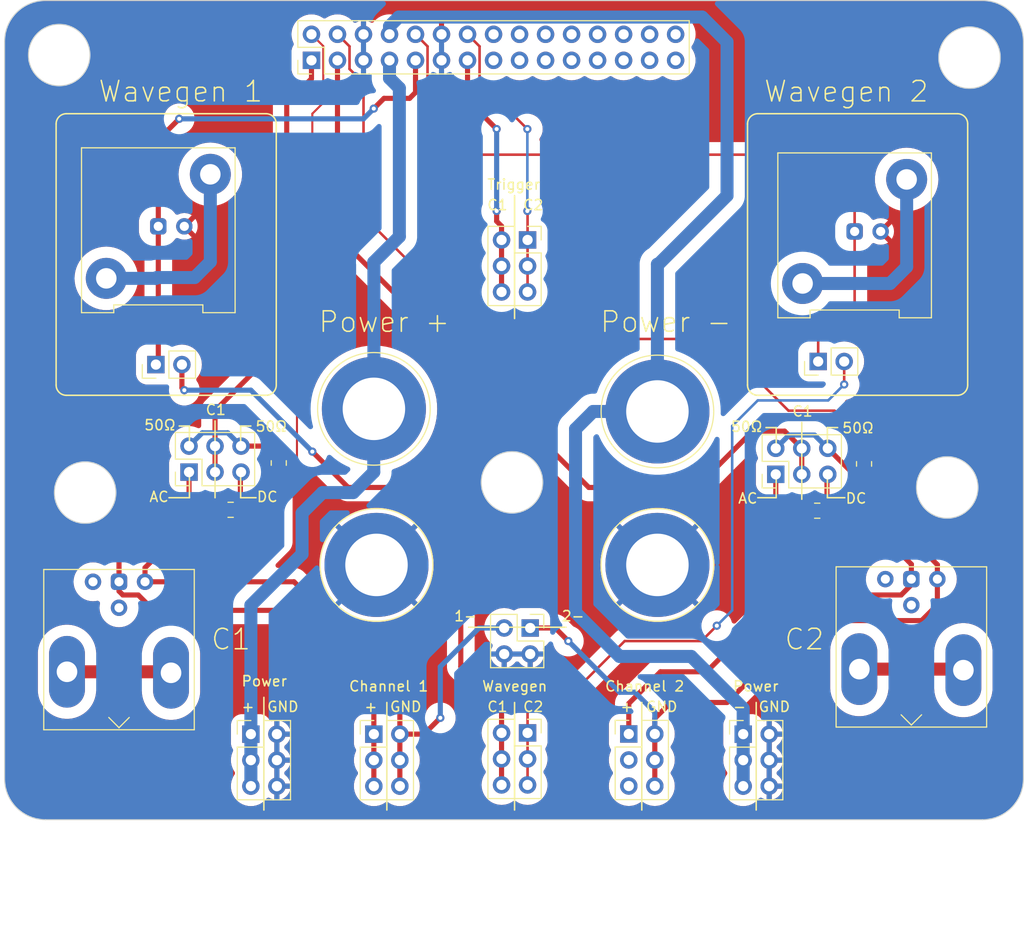
<source format=kicad_pcb>
(kicad_pcb (version 20240108) (generator "pcbnew") (generator_version "8.0")
  (layers (0 "F.Cu" signal) (31 "B.Cu" signal) (34 "B.Paste" user) (35 "F.Paste" user) (36 "B.SilkS" user "B.Silkscreen") (37 "F.SilkS" user "F.Silkscreen") (38 "B.Mask" user) (39 "F.Mask" user) (44 "Edge.Cuts" user))
  (net 0 "")
  (net 1 "Signal_IN1P")
  (net 2 "Net-(J4-Pin_1)")
  (net 3 "Signal_IN2P")
  (net 4 "Net-(J5-Pin_1)")
  (net 5 "Channel1_N")
  (net 6 "Channel1_P")
  (net 7 "Channel2_N")
  (net 8 "Channel2_P")
  (net 9 "GND")
  (net 10 "-VDC")
  (net 11 "+VDC")
  (net 12 "Wavegen2")
  (net 13 "Wavegen1")
  (net 14 "Trig2")
  (net 15 "Trig1")
  (net 16 "D8")
  (net 17 "D0")
  (net 18 "D9")
  (net 19 "D1")
  (net 20 "D10")
  (net 21 "D2")
  (net 22 "D11")
  (net 23 "D3")
  (net 24 "D12")
  (net 25 "D4")
  (net 26 "D13")
  (net 27 "D5")
  (net 28 "D14")
  (net 29 "D6")
  (net 30 "D15")
  (net 31 "D7")
  (net 32 "Net-(J10-Pin_2)")
  (net 33 "Net-(J4-Pin_2)")
  (net 34 "Net-(J5-Pin_2)")
  (net 35 "Net-(J11-Pin_1)")
  (footprint "Resistor_SMD:R_0805_2012Metric" (layer "F.Cu") (at 96.38 57.697464 90)
    (property "Reference" "R2" (hide yes))
    (property "Value" "50R" (hide yes))
    (pad "1" smd roundrect (at -0.9125 0 90) (size 1.025 1.4) (layers "F.Cu" "F.Paste" "F.Mask") (roundrect_rratio 0.243902439) (net 34 "Net-(J5-Pin_2)"))
    (pad "2" smd roundrect (at 0.9125 0 90) (size 1.025 1.4) (layers "F.Cu" "F.Paste" "F.Mask") (roundrect_rratio 0.243902439) (net 7 "Channel2_N"))
  )
  (footprint "Connector_PinHeader_2.54mm:PinHeader_2x03_P2.54mm_Vertical" (layer "F.Cu") (at 48.509 84.089)
    (property "Reference" "J14" (hide yes))
    (property "Value" "Channel1_input" (hide yes))
    (pad "1" thru_hole rect (at 0 0) (size 1.7 1.7) (drill 1) (layers "*.Cu" "*.Mask") (net 1 "Signal_IN1P"))
    (pad "2" thru_hole oval (at 2.54 0) (size 1.7 1.7) (drill 1) (layers "*.Cu" "*.Mask") (net 5 "Channel1_N"))
    (pad "3" thru_hole oval (at 0 2.54) (size 1.7 1.7) (drill 1) (layers "*.Cu" "*.Mask") (net 1 "Signal_IN1P"))
    (pad "4" thru_hole oval (at 2.54 2.54) (size 1.7 1.7) (drill 1) (layers "*.Cu" "*.Mask") (net 5 "Channel1_N"))
    (pad "5" thru_hole oval (at 0 5.08) (size 1.7 1.7) (drill 1) (layers "*.Cu" "*.Mask") (net 1 "Signal_IN1P"))
    (pad "6" thru_hole oval (at 2.54 5.08) (size 1.7 1.7) (drill 1) (layers "*.Cu" "*.Mask") (net 5 "Channel1_N"))
  )
  (footprint "Connector:Banana_Jack_1Pin" (layer "F.Cu") (at 48.768 67.564)
    (property "Reference" "J18" (hide yes))
    (property "Value" "Conn_01x01" (hide yes))
    (pad "1" thru_hole circle (at 0 0) (size 10.16 10.16) (drill 6.1) (layers "*.Cu" "*.Mask") (net 9 "GND"))
  )
  (footprint "Connector_PinHeader_2.54mm:PinHeader_2x15_P2.54mm_Vertical" (layer "F.Cu") (at 42.418 18.288 90)
    (property "Reference" "J1" (hide yes))
    (property "Value" "2x15")
    (pad "1" thru_hole rect (at 0 0 90) (size 1.7 1.7) (drill 1) (layers "*.Cu" "*.Mask") (net 6 "Channel1_P"))
    (pad "2" thru_hole oval (at 2.54 0 90) (size 1.7 1.7) (drill 1) (layers "*.Cu" "*.Mask") (net 5 "Channel1_N"))
    (pad "3" thru_hole oval (at 0 2.54 90) (size 1.7 1.7) (drill 1) (layers "*.Cu" "*.Mask") (net 8 "Channel2_P"))
    (pad "4" thru_hole oval (at 2.54 2.54 90) (size 1.7 1.7) (drill 1) (layers "*.Cu" "*.Mask") (net 7 "Channel2_N"))
    (pad "5" thru_hole oval (at 0 5.08 90) (size 1.7 1.7) (drill 1) (layers "*.Cu" "*.Mask") (net 9 "GND"))
    (pad "6" thru_hole oval (at 2.54 5.08 90) (size 1.7 1.7) (drill 1) (layers "*.Cu" "*.Mask") (net 9 "GND"))
    (pad "7" thru_hole oval (at 0 7.62 90) (size 1.7 1.7) (drill 1) (layers "*.Cu" "*.Mask") (net 11 "+VDC"))
    (pad "8" thru_hole oval (at 2.54 7.62 90) (size 1.7 1.7) (drill 1) (layers "*.Cu" "*.Mask") (net 10 "-VDC"))
    (pad "9" thru_hole oval (at 0 10.16 90) (size 1.7 1.7) (drill 1) (layers "*.Cu" "*.Mask") (net 13 "Wavegen1"))
    (pad "10" thru_hole oval (at 2.54 10.16 90) (size 1.7 1.7) (drill 1) (layers "*.Cu" "*.Mask") (net 12 "Wavegen2"))
    (pad "11" thru_hole oval (at 0 12.7 90) (size 1.7 1.7) (drill 1) (layers "*.Cu" "*.Mask") (net 9 "GND"))
    (pad "12" thru_hole oval (at 2.54 12.7 90) (size 1.7 1.7) (drill 1) (layers "*.Cu" "*.Mask") (net 9 "GND"))
    (pad "13" thru_hole oval (at 0 15.24 90) (size 1.7 1.7) (drill 1) (layers "*.Cu" "*.Mask") (net 15 "Trig1"))
    (pad "14" thru_hole oval (at 2.54 15.24 90) (size 1.7 1.7) (drill 1) (layers "*.Cu" "*.Mask") (net 14 "Trig2"))
    (pad "15" thru_hole oval (at 0 17.78 90) (size 1.7 1.7) (drill 1) (layers "*.Cu" "*.Mask") (net 17 "D0"))
    (pad "16" thru_hole oval (at 2.54 17.78 90) (size 1.7 1.7) (drill 1) (layers "*.Cu" "*.Mask") (net 16 "D8"))
    (pad "17" thru_hole oval (at 0 20.32 90) (size 1.7 1.7) (drill 1) (layers "*.Cu" "*.Mask") (net 19 "D1"))
    (pad "18" thru_hole oval (at 2.54 20.32 90) (size 1.7 1.7) (drill 1) (layers "*.Cu" "*.Mask") (net 18 "D9"))
    (pad "19" thru_hole oval (at 0 22.86 90) (size 1.7 1.7) (drill 1) (layers "*.Cu" "*.Mask") (net 21 "D2"))
    (pad "20" thru_hole oval (at 2.54 22.86 90) (size 1.7 1.7) (drill 1) (layers "*.Cu" "*.Mask") (net 20 "D10"))
    (pad "21" thru_hole oval (at 0 25.4 90) (size 1.7 1.7) (drill 1) (layers "*.Cu" "*.Mask") (net 23 "D3"))
    (pad "22" thru_hole oval (at 2.54 25.4 90) (size 1.7 1.7) (drill 1) (layers "*.Cu" "*.Mask") (net 22 "D11"))
    (pad "23" thru_hole oval (at 0 27.94 90) (size 1.7 1.7) (drill 1) (layers "*.Cu" "*.Mask") (net 25 "D4"))
    (pad "24" thru_hole oval (at 2.54 27.94 90) (size 1.7 1.7) (drill 1) (layers "*.Cu" "*.Mask") (net 24 "D12"))
    (pad "25" thru_hole oval (at 0 30.48 90) (size 1.7 1.7) (drill 1) (layers "*.Cu" "*.Mask") (net 27 "D5"))
    (pad "26" thru_hole oval (at 2.54 30.48 90) (size 1.7 1.7) (drill 1) (layers "*.Cu" "*.Mask") (net 26 "D13"))
    (pad "27" thru_hole oval (at 0 33.02 90) (size 1.7 1.7) (drill 1) (layers "*.Cu" "*.Mask") (net 29 "D6"))
    (pad "28" thru_hole oval (at 2.54 33.02 90) (size 1.7 1.7) (drill 1) (layers "*.Cu" "*.Mask") (net 28 "D14"))
    (pad "29" thru_hole oval (at 0 35.56 90) (size 1.7 1.7) (drill 1) (layers "*.Cu" "*.Mask") (net 31 "D7"))
    (pad "30" thru_hole oval (at 2.54 35.56 90) (size 1.7 1.7) (drill 1) (layers "*.Cu" "*.Mask") (net 30 "D15"))
  )
  (footprint "Connector_PinHeader_2.54mm:PinHeader_2x03_P2.54mm_Vertical" (layer "F.Cu") (at 36.5 84.089)
    (property "Reference" "J6" (hide yes))
    (property "Value" "+VDC" (hide yes))
    (pad "1" thru_hole rect (at 0 0) (size 1.7 1.7) (drill 1) (layers "*.Cu" "*.Mask") (net 11 "+VDC"))
    (pad "2" thru_hole oval (at 2.54 0) (size 1.7 1.7) (drill 1) (layers "*.Cu" "*.Mask") (net 9 "GND"))
    (pad "3" thru_hole oval (at 0 2.54) (size 1.7 1.7) (drill 1) (layers "*.Cu" "*.Mask") (net 11 "+VDC"))
    (pad "4" thru_hole oval (at 2.54 2.54) (size 1.7 1.7) (drill 1) (layers "*.Cu" "*.Mask") (net 9 "GND"))
    (pad "5" thru_hole oval (at 0 5.08) (size 1.7 1.7) (drill 1) (layers "*.Cu" "*.Mask") (net 11 "+VDC"))
    (pad "6" thru_hole oval (at 2.54 5.08) (size 1.7 1.7) (drill 1) (layers "*.Cu" "*.Mask") (net 9 "GND"))
  )
  (footprint "Connector_PinSocket_2.54mm:PinSocket_2x03_P2.54mm_Vertical" (layer "F.Cu") (at 63.52 83.969)
    (property "Reference" "J11" (hide yes))
    (property "Value" "Wavegen" (hide yes))
    (pad "1" thru_hole rect (at 0 0) (size 1.7 1.7) (drill 1) (layers "*.Cu" "*.Mask") (net 35 "Net-(J11-Pin_1)"))
    (pad "2" thru_hole oval (at -2.54 0) (size 1.7 1.7) (drill 1) (layers "*.Cu" "*.Mask") (net 32 "Net-(J10-Pin_2)"))
    (pad "3" thru_hole oval (at 0 2.54) (size 1.7 1.7) (drill 1) (layers "*.Cu" "*.Mask") (net 35 "Net-(J11-Pin_1)"))
    (pad "4" thru_hole oval (at -2.54 2.54) (size 1.7 1.7) (drill 1) (layers "*.Cu" "*.Mask") (net 32 "Net-(J10-Pin_2)"))
    (pad "5" thru_hole oval (at 0 5.08) (size 1.7 1.7) (drill 1) (layers "*.Cu" "*.Mask") (net 35 "Net-(J11-Pin_1)"))
    (pad "6" thru_hole oval (at -2.54 5.08) (size 1.7 1.7) (drill 1) (layers "*.Cu" "*.Mask") (net 32 "Net-(J10-Pin_2)"))
  )
  (footprint "Connector:Banana_Jack_1Pin" (layer "F.Cu") (at 76.2 67.564)
    (property "Reference" "J19" (hide yes))
    (property "Value" "Conn_01x01" (hide yes))
    (pad "1" thru_hole circle (at 0 0) (size 10.16 10.16) (drill 6.1) (layers "*.Cu" "*.Mask") (net 9 "GND"))
  )
  (footprint "Connector_Coaxial:BNC_Amphenol_031-6575_Horizontal" (layer "F.Cu") (at 23.622 69.21 180)
    (property "Reference" "J2" (hide yes))
    (property "Value" "BNC_Terminal1" (hide yes))
    (pad "" thru_hole oval (at -5.08 -8.89 180) (size 3.5 7) (drill 2.01) (layers "*.Cu" "*.Mask"))
    (pad "" thru_hole oval (at 5.08 -8.79 180) (size 3.5 7) (drill 2.01) (layers "*.Cu" "*.Mask"))
    (pad "1" thru_hole roundrect (at 0 0 180) (size 1.6 1.6) (drill 0.89) (layers "*.Cu" "*.Mask") (net 1 "Signal_IN1P"))
    (pad "2" thru_hole circle (at -2.54 0 180) (size 1.6 1.6) (drill 0.89) (layers "*.Cu" "*.Mask") (net 5 "Channel1_N"))
    (pad "3" thru_hole circle (at 0 -2.54 180) (size 1.6 1.6) (drill 0.89) (layers "*.Cu" "*.Mask"))
    (pad "4" thru_hole circle (at 2.54 0 180) (size 1.6 1.6) (drill 0.89) (layers "*.Cu" "*.Mask"))
  )
  (footprint "Connector_PinHeader_2.54mm:PinHeader_2x03_P2.54mm_Vertical" (layer "F.Cu") (at 30.46 58.5 90)
    (property "Reference" "J4" (hide yes))
    (property "Value" "Channel1_Switch" (hide yes))
    (pad "1" thru_hole rect (at 0 0 90) (size 1.7 1.7) (drill 1) (layers "*.Cu" "*.Mask") (net 2 "Net-(J4-Pin_1)"))
    (pad "2" thru_hole oval (at 2.54 0 90) (size 1.7 1.7) (drill 1) (layers "*.Cu" "*.Mask") (net 33 "Net-(J4-Pin_2)"))
    (pad "3" thru_hole oval (at 0 2.54 90) (size 1.7 1.7) (drill 1) (layers "*.Cu" "*.Mask") (net 6 "Channel1_P"))
    (pad "4" thru_hole oval (at 2.54 2.54 90) (size 1.7 1.7) (drill 1) (layers "*.Cu" "*.Mask") (net 6 "Channel1_P"))
    (pad "5" thru_hole oval (at 0 5.08 90) (size 1.7 1.7) (drill 1) (layers "*.Cu" "*.Mask") (net 1 "Signal_IN1P"))
    (pad "6" thru_hole oval (at 2.54 5.08 90) (size 1.7 1.7) (drill 1) (layers "*.Cu" "*.Mask") (net 33 "Net-(J4-Pin_2)"))
  )
  (footprint "Connector_PinHeader_2.54mm:PinHeader_2x03_P2.54mm_Vertical" (layer "F.Cu") (at 87.759 58.718464 90)
    (property "Reference" "J5" (hide yes))
    (property "Value" "Channel2_Switch" (hide yes))
    (pad "1" thru_hole rect (at 0 0 90) (size 1.7 1.7) (drill 1) (layers "*.Cu" "*.Mask") (net 4 "Net-(J5-Pin_1)"))
    (pad "2" thru_hole oval (at 2.54 0 90) (size 1.7 1.7) (drill 1) (layers "*.Cu" "*.Mask") (net 34 "Net-(J5-Pin_2)"))
    (pad "3" thru_hole oval (at 0 2.54 90) (size 1.7 1.7) (drill 1) (layers "*.Cu" "*.Mask") (net 8 "Channel2_P"))
    (pad "4" thru_hole oval (at 2.54 2.54 90) (size 1.7 1.7) (drill 1) (layers "*.Cu" "*.Mask") (net 8 "Channel2_P"))
    (pad "5" thru_hole oval (at 0 5.08 90) (size 1.7 1.7) (drill 1) (layers "*.Cu" "*.Mask") (net 3 "Signal_IN2P"))
    (pad "6" thru_hole oval (at 2.54 5.08 90) (size 1.7 1.7) (drill 1) (layers "*.Cu" "*.Mask") (net 34 "Net-(J5-Pin_2)"))
  )
  (footprint "Connector:Banana_Jack_1Pin" (layer "F.Cu") (at 48.514 52.324)
    (property "Reference" "J17" (hide yes))
    (property "Value" "Conn_01x01" (hide yes))
    (pad "1" thru_hole circle (at 0 0) (size 10.16 10.16) (drill 6.1) (layers "*.Cu" "*.Mask") (net 11 "+VDC"))
  )
  (footprint "Connector_PinSocket_2.54mm:PinSocket_2x03_P2.54mm_Vertical" (layer "F.Cu") (at 63.52 35.829)
    (property "Reference" "J13" (hide yes))
    (property "Value" "Trigger" (hide yes))
    (pad "1" thru_hole rect (at 0 0) (size 1.7 1.7) (drill 1) (layers "*.Cu" "*.Mask") (net 14 "Trig2"))
    (pad "2" thru_hole oval (at -2.54 0) (size 1.7 1.7) (drill 1) (layers "*.Cu" "*.Mask") (net 15 "Trig1"))
    (pad "3" thru_hole oval (at 0 2.54) (size 1.7 1.7) (drill 1) (layers "*.Cu" "*.Mask") (net 14 "Trig2"))
    (pad "4" thru_hole oval (at -2.54 2.54) (size 1.7 1.7) (drill 1) (layers "*.Cu" "*.Mask") (net 15 "Trig1"))
    (pad "5" thru_hole oval (at 0 5.08) (size 1.7 1.7) (drill 1) (layers "*.Cu" "*.Mask") (net 14 "Trig2"))
    (pad "6" thru_hole oval (at -2.54 5.08) (size 1.7 1.7) (drill 1) (layers "*.Cu" "*.Mask") (net 15 "Trig1"))
  )
  (footprint "Connector_Coaxial:BNC_Amphenol_031-5539_Vertical" (layer "F.Cu") (at 27.46 34.5)
    (property "Reference" "J8" (hide yes))
    (property "Value" "WavegenC1" (hide yes))
    (pad "" thru_hole circle (at -5.08 5.08 180) (size 4 4) (drill 2) (layers "*.Cu" "*.Mask"))
    (pad "" thru_hole circle (at 5.08 -5.08 180) (size 4 4) (drill 2) (layers "*.Cu" "*.Mask"))
    (pad "1" thru_hole roundrect (at 0 0 180) (size 1.6 1.6) (drill 0.9) (layers "*.Cu" "*.Mask") (net 13 "Wavegen1"))
    (pad "2" thru_hole circle (at 2.54 0 180) (size 1.6 1.6) (drill 0.9) (layers "*.Cu" "*.Mask") (net 9 "GND"))
  )
  (footprint "Capacitor_SMD:C_0805_2012Metric" (layer "F.Cu") (at 34.524 62.183 180)
    (property "Reference" "C1" (hide yes))
    (property "Value" "1uF" (hide yes))
    (pad "1" smd roundrect (at -0.95 0 180) (size 1 1.45) (layers "F.Cu" "F.Paste" "F.Mask") (net 1 "Signal_IN1P"))
    (pad "2" smd roundrect (at 0.95 0 180) (size 1 1.45) (layers "F.Cu" "F.Paste" "F.Mask") (net 2 "Net-(J4-Pin_1)"))
  )
  (footprint "Resistor_SMD:R_0805_2012Metric" (layer "F.Cu") (at 39.223 57.611 -90)
    (property "Reference" "R1" (hide yes))
    (property "Value" "50R" (hide yes))
    (pad "1" smd roundrect (at -0.9125 0 270) (size 1.025 1.4) (layers "F.Cu" "F.Paste" "F.Mask") (roundrect_rratio 0.243902439) (net 33 "Net-(J4-Pin_2)"))
    (pad "2" smd roundrect (at 0.9125 0 270) (size 1.025 1.4) (layers "F.Cu" "F.Paste" "F.Mask") (roundrect_rratio 0.243902439) (net 5 "Channel1_N"))
  )
  (footprint "Connector_Coaxial:BNC_Amphenol_031-6575_Horizontal" (layer "F.Cu") (at 101 68.95 180)
    (property "Reference" "J3" (hide yes))
    (property "Value" "BNC_Terminal2" (hide yes))
    (pad "" thru_hole oval (at -5.08 -8.89 180) (size 3.5 7) (drill 2.01) (layers "*.Cu" "*.Mask"))
    (pad "" thru_hole oval (at 5.08 -8.79 180) (size 3.5 7) (drill 2.01) (layers "*.Cu" "*.Mask"))
    (pad "1" thru_hole roundrect (at 0 0 180) (size 1.6 1.6) (drill 0.89) (layers "*.Cu" "*.Mask") (net 3 "Signal_IN2P"))
    (pad "2" thru_hole circle (at -2.54 0 180) (size 1.6 1.6) (drill 0.89) (layers "*.Cu" "*.Mask") (net 7 "Channel2_N"))
    (pad "3" thru_hole circle (at 0 -2.54 180) (size 1.6 1.6) (drill 0.89) (layers "*.Cu" "*.Mask"))
    (pad "4" thru_hole circle (at 2.54 0 180) (size 1.6 1.6) (drill 0.89) (layers "*.Cu" "*.Mask"))
  )
  (footprint "Connector_Coaxial:BNC_Amphenol_031-5539_Vertical" (layer "F.Cu") (at 95.46 35)
    (property "Reference" "J9" (hide yes))
    (property "Value" "WavegenC2" (hide yes))
    (pad "" thru_hole circle (at -5.08 5.08 180) (size 4 4) (drill 2) (layers "*.Cu" "*.Mask"))
    (pad "" thru_hole circle (at 5.08 -5.08 180) (size 4 4) (drill 2) (layers "*.Cu" "*.Mask"))
    (pad "1" thru_hole roundrect (at 0 0 180) (size 1.6 1.6) (drill 0.9) (layers "*.Cu" "*.Mask") (net 12 "Wavegen2"))
    (pad "2" thru_hole circle (at 2.54 0 180) (size 1.6 1.6) (drill 0.9) (layers "*.Cu" "*.Mask") (net 9 "GND"))
  )
  (footprint "Connector_PinHeader_2.54mm:PinHeader_2x03_P2.54mm_Vertical" (layer "F.Cu") (at 73.406 84.074)
    (property "Reference" "J16" (hide yes))
    (property "Value" "Channel2_input" (hide yes))
    (pad "1" thru_hole rect (at 0 0) (size 1.7 1.7) (drill 1) (layers "*.Cu" "*.Mask") (net 3 "Signal_IN2P"))
    (pad "2" thru_hole oval (at 2.54 0) (size 1.7 1.7) (drill 1) (layers "*.Cu" "*.Mask") (net 7 "Channel2_N"))
    (pad "3" thru_hole oval (at 0 2.54) (size 1.7 1.7) (drill 1) (layers "*.Cu" "*.Mask") (net 3 "Signal_IN2P"))
    (pad "4" thru_hole oval (at 2.54 2.54) (size 1.7 1.7) (drill 1) (layers "*.Cu" "*.Mask") (net 7 "Channel2_N"))
    (pad "5" thru_hole oval (at 0 5.08) (size 1.7 1.7) (drill 1) (layers "*.Cu" "*.Mask") (net 3 "Signal_IN2P"))
    (pad "6" thru_hole oval (at 2.54 5.08) (size 1.7 1.7) (drill 1) (layers "*.Cu" "*.Mask") (net 7 "Channel2_N"))
  )
  (footprint "Connector_PinHeader_2.54mm:PinHeader_1x02_P2.54mm_Vertical" (layer "F.Cu") (at 91.899 47.698 90)
    (property "Reference" "J12" (hide yes))
    (property "Value" "Conn_01x02" (hide yes))
    (pad "1" thru_hole rect (at 0 0 90) (size 1.7 1.7) (drill 1) (layers "*.Cu" "*.Mask") (net 12 "Wavegen2"))
    (pad "2" thru_hole oval (at 0 2.54 90) (size 1.7 1.7) (drill 1) (layers "*.Cu" "*.Mask") (net 35 "Net-(J11-Pin_1)"))
  )
  (footprint "Connector:Banana_Jack_1Pin" (layer "F.Cu") (at 76.2 52.578)
    (property "Reference" "J20" (hide yes))
    (property "Value" "Conn_01x01" (hide yes))
    (pad "1" thru_hole circle (at 0 0) (size 10.16 10.16) (drill 6.1) (layers "*.Cu" "*.Mask") (net 10 "-VDC"))
  )
  (footprint "Connector_PinHeader_2.54mm:PinHeader_1x02_P2.54mm_Vertical" (layer "F.Cu") (at 27.225 48 90)
    (property "Reference" "J10" (hide yes))
    (property "Value" "Conn_01x02" (hide yes))
    (pad "1" thru_hole rect (at 0 0 90) (size 1.7 1.7) (drill 1) (layers "*.Cu" "*.Mask") (net 13 "Wavegen1"))
    (pad "2" thru_hole oval (at 0 2.54 90) (size 1.7 1.7) (drill 1) (layers "*.Cu" "*.Mask") (net 32 "Net-(J10-Pin_2)"))
  )
  (footprint "Connector_PinHeader_2.54mm:PinHeader_2x03_P2.54mm_Vertical" (layer "F.Cu") (at 84.577 84.089)
    (property "Reference" "J7" (hide yes))
    (property "Value" "-VDC" (hide yes))
    (pad "1" thru_hole rect (at 0 0) (size 1.7 1.7) (drill 1) (layers "*.Cu" "*.Mask") (net 10 "-VDC"))
    (pad "2" thru_hole oval (at 2.54 0) (size 1.7 1.7) (drill 1) (layers "*.Cu" "*.Mask") (net 9 "GND"))
    (pad "3" thru_hole oval (at 0 2.54) (size 1.7 1.7) (drill 1) (layers "*.Cu" "*.Mask") (net 10 "-VDC"))
    (pad "4" thru_hole oval (at 2.54 2.54) (size 1.7 1.7) (drill 1) (layers "*.Cu" "*.Mask") (net 9 "GND"))
    (pad "5" thru_hole oval (at 0 5.08) (size 1.7 1.7) (drill 1) (layers "*.Cu" "*.Mask") (net 10 "-VDC"))
    (pad "6" thru_hole oval (at 2.54 5.08) (size 1.7 1.7) (drill 1) (layers "*.Cu" "*.Mask") (net 9 "GND"))
  )
  (footprint "Capacitor_SMD:C_0805_2012Metric" (layer "F.Cu") (at 91.808 62.269464 180)
    (property "Reference" "C2" (hide yes))
    (property "Value" "1uF" (hide yes))
    (pad "1" smd roundrect (at -0.95 0 180) (size 1 1.45) (layers "F.Cu" "F.Paste" "F.Mask") (net 3 "Signal_IN2P"))
    (pad "2" smd roundrect (at 0.95 0 180) (size 1 1.45) (layers "F.Cu" "F.Paste" "F.Mask") (net 4 "Net-(J5-Pin_1)"))
  )
  (footprint "Connector_PinHeader_2.54mm:PinHeader_2x02_P2.54mm_Vertical" (layer "F.Cu") (at 63.775 73.725 -90)
    (property "Reference" "J15" (hide yes))
    (property "Value" "Conn_01x02" (hide yes))
    (pad "1" thru_hole rect (at 0 0 270) (size 1.7 1.7) (drill 1) (layers "*.Cu" "*.Mask") (net 7 "Channel2_N"))
    (pad "2" thru_hole oval (at 2.54 0 270) (size 1.7 1.7) (drill 1) (layers "*.Cu" "*.Mask") (net 9 "GND"))
    (pad "3" thru_hole oval (at 0 2.54 270) (size 1.7 1.7) (drill 1) (layers "*.Cu" "*.Mask") (net 5 "Channel1_N"))
    (pad "4" thru_hole oval (at 2.54 2.54 270) (size 1.7 1.7) (drill 1) (layers "*.Cu" "*.Mask") (net 9 "GND"))
  )
  (gr_line (start 92.8 56.15) (end 92.8 54.15) (stroke (width 0.15)) (layer "F.SilkS"))
  (gr_line (start 87.8 61) (end 86 61) (stroke (width 0.15)) (layer "F.SilkS"))
  (gr_line (start 92.8 54.15) (end 93.8 54.15) (stroke (width 0.15)) (layer "F.SilkS"))
  (gr_line (start 30.5 61) (end 28.5 61) (stroke (width 0.15)) (layer "F.SilkS"))
  (gr_line (start 18.48 23.5) (end 37.98 23.5) (stroke (width 0.15)) (layer "F.SilkS"))
  (gr_line (start 87.8 56.15) (end 87.8 54.15) (stroke (width 0.15)) (layer "F.SilkS"))
  (gr_arc (start 86 51) (mid 85.292893 50.707107) (end 85 50) (stroke (width 0.15)) (layer "F.SilkS"))
  (gr_line (start 62.25 91.5) (end 62.25 81) (stroke (width 0.15)) (layer "F.SilkS"))
  (gr_line (start 87.8 54.15) (end 86.8 54.15) (stroke (width 0.15)) (layer "F.SilkS"))
  (gr_line (start 106.5 24.5) (end 106.5 50) (stroke (width 0.15)) (layer "F.SilkS"))
  (gr_arc (start 17.48 24.5) (mid 17.772893 23.792893) (end 18.48 23.5) (stroke (width 0.15)) (layer "F.SilkS"))
  (gr_arc (start 105.5 23.5) (mid 106.207107 23.792893) (end 106.5 24.5) (stroke (width 0.15)) (layer "F.SilkS"))
  (gr_line (start 30.5 54) (end 29.5 54) (stroke (width 0.15)) (layer "F.SilkS"))
  (gr_line (start 35.5 56) (end 35.5 54) (stroke (width 0.15)) (layer "F.SilkS"))
  (gr_line (start 49.779 91.5) (end 49.779 81) (stroke (width 0.15)) (layer "F.SilkS"))
  (gr_line (start 57.77 73.648) (end 67.27 73.648) (stroke (width 0.15)) (layer "F.SilkS"))
  (gr_line (start 62.25 43.5) (end 62.25 31.5) (stroke (width 0.15)) (layer "F.SilkS"))
  (gr_line (start 74.676 91.5) (end 74.676 81) (stroke (width 0.15)) (layer "F.SilkS"))
  (gr_line (start 92.8 58.65) (end 92.8 61) (stroke (width 0.15)) (layer "F.SilkS"))
  (gr_line (start 35.5 54) (end 36.5 54) (stroke (width 0.15)) (layer "F.SilkS"))
  (gr_line (start 85.847 91.5) (end 85.847 81) (stroke (width 0.15)) (layer "F.SilkS"))
  (gr_line (start 17.48 50) (end 17.48 24.5) (stroke (width 0.15)) (layer "F.SilkS"))
  (gr_line (start 35.5 61) (end 37 61) (stroke (width 0.15)) (layer "F.SilkS"))
  (gr_line (start 30.5 56) (end 30.5 54) (stroke (width 0.15)) (layer "F.SilkS"))
  (gr_line (start 90.3 61.15) (end 90.3 53.65) (stroke (width 0.15)) (layer "F.SilkS"))
  (gr_line (start 35.5 58.5) (end 35.5 61) (stroke (width 0.15)) (layer "F.SilkS"))
  (gr_arc (start 37.98 23.5) (mid 38.687107 23.792893) (end 38.98 24.5) (stroke (width 0.15)) (layer "F.SilkS"))
  (gr_line (start 38.98 24.5) (end 38.98 50) (stroke (width 0.15)) (layer "F.SilkS"))
  (gr_line (start 30.5 58.5) (end 30.5 61) (stroke (width 0.15)) (layer "F.SilkS"))
  (gr_arc (start 38.98 50) (mid 38.687107 50.707107) (end 37.98 51) (stroke (width 0.15)) (layer "F.SilkS"))
  (gr_line (start 92.8 61) (end 94.5 61) (stroke (width 0.15)) (layer "F.SilkS"))
  (gr_line (start 85 50) (end 85 24.5) (stroke (width 0.15)) (layer "F.SilkS"))
  (gr_line (start 37.77 91.5) (end 37.77 80.5) (stroke (width 0.15)) (layer "F.SilkS"))
  (gr_arc (start 106.5 50) (mid 106.207107 50.707107) (end 105.5 51) (stroke (width 0.15)) (layer "F.SilkS"))
  (gr_line (start 86 23.5) (end 105.5 23.5) (stroke (width 0.15)) (layer "F.SilkS"))
  (gr_line (start 87.8 58.65) (end 87.8 61) (stroke (width 0.15)) (layer "F.SilkS"))
  (gr_line (start 105.5 51) (end 86 51) (stroke (width 0.15)) (layer "F.SilkS"))
  (gr_line (start 37.98 51) (end 18.48 51) (stroke (width 0.15)) (layer "F.SilkS"))
  (gr_line (start 33 61) (end 33 53.5) (stroke (width 0.15)) (layer "F.SilkS"))
  (gr_arc (start 18.48 51) (mid 17.772893 50.707107) (end 17.48 50) (stroke (width 0.15)) (layer "F.SilkS"))
  (gr_arc (start 85 24.5) (mid 85.292893 23.792893) (end 86 23.5) (stroke (width 0.15)) (layer "F.SilkS"))
  (gr_arc (start 12.446 16.446) (mid 13.617573 13.617573) (end 16.446 12.446) (stroke (width 0.1)) (layer "Edge.Cuts"))
  (gr_arc (start 111.946 88.446) (mid 110.774427 91.274427) (end 107.946 92.446) (stroke (width 0.1)) (layer "Edge.Cuts"))
  (gr_line (start 111.946 16.446) (end 111.946 88.446) (stroke (width 0.1)) (layer "Edge.Cuts"))
  (gr_line (start 12.446 88.446) (end 12.446 16.446) (stroke (width 0.1)) (layer "Edge.Cuts"))
  (gr_line (start 16.446 12.446) (end 107.946 12.446) (stroke (width 0.1)) (layer "Edge.Cuts"))
  (gr_arc (start 107.946 12.446) (mid 110.774427 13.617573) (end 111.946 16.446) (stroke (width 0.1)) (layer "Edge.Cuts"))
  (gr_line (start 107.946 92.446) (end 16.446 92.446) (stroke (width 0.1)) (layer "Edge.Cuts"))
  (gr_arc (start 16.446 92.446) (mid 13.617573 91.274427) (end 12.446 88.446) (stroke (width 0.1)) (layer "Edge.Cuts"))
  (gr_circle (center 104.5 60) (end 107.5 60) (stroke (width 0.1)) (fill none) (layer "Edge.Cuts"))
  (gr_circle (center 20.315 60.5) (end 23.315 60.5) (stroke (width 0.1)) (fill none) (layer "Edge.Cuts"))
  (gr_circle (center 106.68 18.026536) (end 109.68 18.026536) (stroke (width 0.1)) (fill none) (layer "Edge.Cuts"))
  (gr_circle (center 17.78 17.772536) (end 20.78 17.772536) (stroke (width 0.1)) (fill none) (layer "Edge.Cuts"))
  (gr_circle (center 62 59.5) (end 65 59.5) (stroke (width 0.1)) (fill none) (layer "Edge.Cuts"))
  (gr_text "Channel 1" (at 46 80 0) (layer "F.SilkS") (effects (font (size 1 1)) (justify left bottom)))
  (gr_text "C1" (at 32.5 76 0) (layer "F.SilkS") (effects (font (size 2 2)) (justify left bottom)))
  (gr_text "GND" (at 86 82 0) (layer "F.SilkS") (effects (font (size 1 1)) (justify left bottom)))
  (gr_text "Wavegen" (at 59 80 0) (layer "F.SilkS") (effects (font (size 1 1)) (justify left bottom)))
  (gr_text "C1" (at 59.5 33 0) (layer "F.SilkS") (effects (font (size 1 1)) (justify left bottom)))
  (gr_text "50Ω" (at 36.87 54.63 0) (layer "F.SilkS") (effects (font (size 1 1)) (justify left bottom)))
  (gr_text "GND" (at 38 82 0) (layer "F.SilkS") (effects (font (size 1 1)) (justify left bottom)))
  (gr_text "GND" (at 75 82 0) (layer "F.SilkS") (effects (font (size 1 1)) (justify left bottom)))
  (gr_text "50Ω" (at 94.17 54.78 0) (layer "F.SilkS") (effects (font (size 1 1)) (justify left bottom)))
  (gr_text "C1" (at 89.3 53.15 0) (layer "F.SilkS") (effects (font (size 1 1)) (justify left bottom)))
  (gr_text "+" (at 47.5 82 0) (layer "F.SilkS") (effects (font (size 1 1)) (justify left bottom)))
  (gr_text "+" (at 35.5 82 0) (layer "F.SilkS") (effects (font (size 1 1)) (justify left bottom)))
  (gr_text "Wavegen 1" (at 21.5 22.5 0) (layer "F.SilkS") (effects (font (size 2 2)) (justify left bottom)))
  (gr_text "Wavegen 2" (at 86.5 22.5 0) (layer "F.SilkS") (effects (font (size 2 2)) (justify left bottom)))
  (gr_text "50Ω" (at 83.3 54.65 0) (layer "F.SilkS") (effects (font (size 1 1)) (justify left bottom)))
  (gr_text "1-" (at 56.27 73.148 0) (layer "F.SilkS") (effects (font (size 1 1)) (justify left bottom)))
  (gr_text "C1" (at 32 53 0) (layer "F.SilkS") (effects (font (size 1 1)) (justify left bottom)))
  (gr_text "2-" (at 66.77 73.148 0) (layer "F.SilkS") (effects (font (size 1 1)) (justify left bottom)))
  (gr_text "DC" (at 94.5 61.65 0) (layer "F.SilkS") (effects (font (size 1 1)) (justify left bottom)))
  (gr_text "GND" (at 50 82 0) (layer "F.SilkS") (effects (font (size 1 1)) (justify left bottom)))
  (gr_text "DC" (at 37 61.5 0) (layer "F.SilkS") (effects (font (size 1 1)) (justify left bottom)))
  (gr_text "50Ω" (at 26 54.5 0) (layer "F.SilkS") (effects (font (size 1 1)) (justify left bottom)))
  (gr_text "+" (at 72.5 82 0) (layer "F.SilkS") (effects (font (size 1 1)) (justify left bottom)))
  (gr_text "C2" (at 88.5 76 0) (layer "F.SilkS") (effects (font (size 2 2)) (justify left bottom)))
  (gr_text "C2" (at 63 82 0) (layer "F.SilkS") (effects (font (size 1 1)) (justify left bottom)))
  (gr_text "AC" (at 26.5 61.5 0) (layer "F.SilkS") (effects (font (size 1 1)) (justify left bottom)))
  (gr_text "Channel 2" (at 71 80 0) (layer "F.SilkS") (effects (font (size 1 1)) (justify left bottom)))
  (gr_text "AC" (at 84 61.65 0) (layer "F.SilkS") (effects (font (size 1 1)) (justify left bottom)))
  (gr_text "Trigger" (at 59.5 31 0) (layer "F.SilkS") (effects (font (size 1 1)) (justify left bottom)))
  (gr_text "-" (at 83.5 82 0) (layer "F.SilkS") (effects (font (size 1 1)) (justify left bottom)))
  (gr_text "Power" (at 83.5 80 0) (layer "F.SilkS") (effects (font (size 1 1)) (justify left bottom)))
  (gr_text "C1" (at 59.5 82 0) (layer "F.SilkS") (effects (font (size 1 1)) (justify left bottom)))
  (gr_text "Power -" (at 70.5 45 0) (layer "F.SilkS") (effects (font (size 2 2)) (justify left bottom)))
  (gr_text "C2" (at 63 33 0) (layer "F.SilkS") (effects (font (size 1 1)) (justify left bottom)))
  (gr_text "Power +" (at 43 45 0) (layer "F.SilkS") (effects (font (size 2 2)) (justify left bottom)))
  (gr_text "Power" (at 35.5 79.5 0) (layer "F.SilkS") (effects (font (size 1 1)) (justify left bottom)))
  (segment (start 95.92 77.74) (end 105.98 77.74) (width 1.27) (layer "F.Cu") (net 0))
  (segment (start 105.98 77.74) (end 106.08 77.84) (width 1.27) (layer "F.Cu") (net 0))
  (segment (start 18.542 78) (end 28.602 78) (width 1.27) (layer "F.Cu") (net 0))
  (segment (start 28.602 78) (end 28.702 78.1) (width 1.27) (layer "F.Cu") (net 0))
  (segment (start 90.38 40.08) (end 98.92 40.08) (width 1.27) (layer "B.Cu") (net 0))
  (segment (start 32.54 37.96) (end 32.54 29.42) (width 1.27) (layer "B.Cu") (net 0))
  (segment (start 27.23224 39.58) (end 27.31224 39.5) (width 1.27) (layer "B.Cu") (net 0))
  (segment (start 22.38 39.58) (end 27.23224 39.58) (width 1.27) (layer "B.Cu") (net 0))
  (segment (start 31 39.5) (end 32.54 37.96) (width 1.27) (layer "B.Cu") (net 0))
  (segment (start 100.54 38.46) (end 100.54 29.92) (width 1.27) (layer "B.Cu") (net 0))
  (segment (start 98.92 40.08) (end 100.54 38.46) (width 1.27) (layer "B.Cu") (net 0))
  (segment (start 27.31224 39.5) (end 31 39.5) (width 1.27) (layer "B.Cu") (net 0))
  (segment (start 25.5 70.5) (end 24 70.5) (width 0.5) (layer "F.Cu") (net 1))
  (segment (start 23.622 69.21) (end 23.622 67.128) (width 0.5) (layer "F.Cu") (net 1))
  (segment (start 34 65) (end 35.474 63.526) (width 0.5) (layer "F.Cu") (net 1))
  (segment (start 40.5 72) (end 27 72) (width 0.5) (layer "F.Cu") (net 1))
  (segment (start 48.509 84.089) (end 48.509 89.169) (width 0.5) (layer "F.Cu") (net 1))
  (segment (start 23.622 70.122) (end 23.622 69.21) (width 0.5) (layer "F.Cu") (net 1))
  (segment (start 35.474 62.183) (end 35.474 58.566) (width 0.5) (layer "F.Cu") (net 1))
  (segment (start 27 72) (end 25.5 70.5) (width 0.5) (layer "F.Cu") (net 1))
  (segment (start 48.509 84.089) (end 48.509 80.009) (width 0.5) (layer "F.Cu") (net 1))
  (segment (start 23.622 67.128) (end 25.75 65) (width 0.5) (layer "F.Cu") (net 1))
  (segment (start 24 70.5) (end 23.622 70.122) (width 0.5) (layer "F.Cu") (net 1))
  (segment (start 48.509 80.009) (end 40.5 72) (width 0.5) (layer "F.Cu") (net 1))
  (segment (start 35.474 63.526) (end 35.474 62.183) (width 0.5) (layer "F.Cu") (net 1))
  (segment (start 25.75 65) (end 34 65) (width 0.5) (layer "F.Cu") (net 1))
  (segment (start 35.474 58.566) (end 35.54 58.5) (width 0.5) (layer "F.Cu") (net 1))
  (segment (start 33.574 62.183) (end 31.683 62.183) (width 0.5) (layer "F.Cu") (net 2))
  (segment (start 31.683 62.183) (end 30.46 60.96) (width 0.5) (layer "F.Cu") (net 2))
  (segment (start 30.46 60.96) (end 30.46 58.5) (width 0.5) (layer "F.Cu") (net 2))
  (segment (start 94 65) (end 92.758 63.758) (width 0.5) (layer "F.Cu") (net 3))
  (segment (start 101 67.5) (end 98.5 65) (width 0.5) (layer "F.Cu") (net 3))
  (segment (start 101 69.5) (end 100 70.5) (width 0.5) (layer "F.Cu") (net 3))
  (segment (start 101 68.95) (end 101 69.5) (width 0.5) (layer "F.Cu") (net 3))
  (segment (start 92.758 62.269464) (end 92.758 58.799464) (width 0.5) (layer "F.Cu") (net 3))
  (segment (start 100 70.5) (end 88.5 70.5) (width 0.5) (layer "F.Cu") (net 3))
  (segment (start 98.5 65) (end 94 65) (width 0.5) (layer "F.Cu") (net 3))
  (segment (start 101 68.95) (end 101 67.5) (width 0.5) (layer "F.Cu") (net 3))
  (segment (start 73.406 81.094) (end 73.406 84.074) (width 0.5) (layer "F.Cu") (net 3))
  (segment (start 92.758 58.799464) (end 92.839 58.718464) (width 0.5) (layer "F.Cu") (net 3))
  (segment (start 88.5 70.5) (end 81 78) (width 0.5) (layer "F.Cu") (net 3))
  (segment (start 81 78) (end 76.5 78) (width 0.5) (layer "F.Cu") (net 3))
  (segment (start 76.5 78) (end 73.406 81.094) (width 0.5) (layer "F.Cu") (net 3))
  (segment (start 92.758 63.758) (end 92.758 62.269464) (width 0.5) (layer "F.Cu") (net 3))
  (segment (start 87.759 58.718464) (end 87.759 60.759) (width 0.5) (layer "F.Cu") (net 4))
  (segment (start 89.269464 62.269464) (end 90.858 62.269464) (width 0.5) (layer "F.Cu") (net 4))
  (segment (start 87.759 60.759) (end 89.269464 62.269464) (width 0.5) (layer "F.Cu") (net 4))
  (segment (start 61.183 73.777) (end 61.235 73.725) (width 0.5) (layer "F.Cu") (net 5))
  (segment (start 27 67) (end 26.162 67.838) (width 0.5) (layer "F.Cu") (net 5))
  (segment (start 51.049 89.169) (end 51.049 79.549) (width 0.5) (layer "F.Cu") (net 5))
  (segment (start 43.568 16.898) (end 43.568 22.432) (width 0.2) (layer "F.Cu") (net 5))
  (segment (start 39.223 58.5235) (end 39.223 65.277) (width 0.5) (layer "F.Cu") (net 5))
  (segment (start 40.71 69.21) (end 26.162 69.21) (width 0.5) (layer "F.Cu") (net 5))
  (segment (start 42.672 15.748) (end 42.418 15.748) (width 0.2) (layer "F.Cu") (net 5))
  (segment (start 41 47.5) (end 41 58) (width 0.2) (layer "F.Cu") (net 5))
  (segment (start 51.049 84.089) (end 53.411 84.089) (width 0.5) (layer "F.Cu") (net 5))
  (segment (start 53.411 84.089) (end 55 82.5) (width 0.5) (layer "F.Cu") (net 5))
  (segment (start 42.5 46) (end 41 47.5) (width 0.2) (layer "F.Cu") (net 5))
  (segment (start 43.568 22.432) (end 42.5 23.5) (width 0.2) (layer "F.Cu") (net 5))
  (segment (start 40.4765 58.5235) (end 39.223 58.5235) (width 0.2) (layer "F.Cu") (net 5))
  (segment (start 41 58) (end 40.4765 58.5235) (width 0.2) (layer "F.Cu") (net 5))
  (segment (start 51.049 79.549) (end 40.71 69.21) (width 0.5) (layer "F.Cu") (net 5))
  (segment (start 42.5 23.5) (end 42.5 46) (width 0.2) (layer "F.Cu") (net 5))
  (segment (start 26.162 67.838) (end 26.162 69.21) (width 0.5) (layer "F.Cu") (net 5))
  (segment (start 42.418 15.748) (end 43.568 16.898) (width 0.2) (layer "F.Cu") (net 5))
  (segment (start 37.5 67) (end 27 67) (width 0.5) (layer "F.Cu") (net 5))
  (segment (start 39.223 65.277) (end 37.5 67) (width 0.5) (layer "F.Cu") (net 5))
  (via (at 55 82.5) (size 0.8) (drill 0.4) (layers "F.Cu" "B.Cu") (net 5))
  (segment (start 55 77.5) (end 58.775 73.725) (width 0.5) (layer "B.Cu") (net 5))
  (segment (start 58.775 73.725) (end 61.235 73.725) (width 0.5) (layer "B.Cu") (net 5))
  (segment (start 55 82.5) (end 55 77.5) (width 0.5) (layer "B.Cu") (net 5))
  (segment (start 37 48.5) (end 33 52.5) (width 0.5) (layer "F.Cu") (net 6))
  (segment (start 33 55.96) (end 33 58.5) (width 0.5) (layer "F.Cu") (net 6))
  (segment (start 40 22.5) (end 40 42.5) (width 0.5) (layer "F.Cu") (net 6))
  (segment (start 37 45.5) (end 37 48.5) (width 0.5) (layer "F.Cu") (net 6))
  (segment (start 42.418 18.288) (end 42.418 20.082) (width 0.5) (layer "F.Cu") (net 6))
  (segment (start 42.418 20.082) (end 40 22.5) (width 0.5) (layer "F.Cu") (net 6))
  (segment (start 33 52.5) (end 33 55.96) (width 0.5) (layer "F.Cu") (net 6))
  (segment (start 40 42.5) (end 37 45.5) (width 0.5) (layer "F.Cu") (net 6))
  (segment (start 75.946 84.074) (end 75.946 89.154) (width 0.5) (layer "F.Cu") (net 7))
  (segment (start 97.284964 56.784964) (end 96.38 56.784964) (width 0.5) (layer "F.Cu") (net 7))
  (segment (start 96.38 55.38) (end 96.38 56.784964) (width 0.25) (layer "F.Cu") (net 7))
  (segment (start 97.5 57) (end 97.284964 56.784964) (width 0.5) (layer "F.Cu") (net 7))
  (segment (start 103.54 68.95) (end 103.54 67.54) (width 0.5) (layer "F.Cu") (net 7))
  (segment (start 47.5 20.5) (end 47.5 33.5) (width 0.25) (layer "F.Cu") (net 7))
  (segment (start 46.133 16.923) (end 46.133 19.133) (width 0.25) (layer "F.Cu") (net 7))
  (segment (start 82 45.5) (end 89 52.5) (width 0.25) (layer "F.Cu") (net 7))
  (segment (start 103.54 71.46) (end 102 73) (width 0.5) (layer "F.Cu") (net 7))
  (segment (start 103.54 67.54) (end 98.5 62.5) (width 0.5) (layer "F.Cu") (net 7))
  (segment (start 98.5 57.5) (end 98 57) (width 0.5) (layer "F.Cu") (net 7))
  (segment (start 98.5 62.5) (end 98.5 57.5) (width 0.5) (layer "F.Cu") (net 7))
  (segment (start 47.5 33.5) (end 59.5 45.5) (width 0.25) (layer "F.Cu") (net 7))
  (segment (start 66.225 73.725) (end 67.5 75) (width 0.5) (layer "F.Cu") (net 7))
  (segment (start 44.958 15.748) (end 46.133 16.923) (width 0.25) (layer "F.Cu") (net 7))
  (segment (start 91 73) (end 83 81) (width 0.5) (layer "F.Cu") (net 7))
  (segment (start 63.775 73.725) (end 66.225 73.725) (width 0.5) (layer "F.Cu") (net 7))
  (segment (start 75.946 82.554) (end 75.946 84.074) (width 0.5) (layer "F.Cu") (net 7))
  (segment (start 93.5 52.5) (end 96.38 55.38) (width 0.25) (layer "F.Cu") (net 7))
  (segment (start 59.5 45.5) (end 82 45.5) (width 0.25) (layer "F.Cu") (net 7))
  (segment (start 103.54 68.95) (end 103.54 71.46) (width 0.5) (layer "F.Cu") (net 7))
  (segment (start 83 81) (end 77.5 81) (width 0.5) (layer "F.Cu") (net 7))
  (segment (start 98 57) (end 97.5 57) (width 0.5) (layer "F.Cu") (net 7))
  (segment (start 102 73) (end 91 73) (width 0.5) (layer "F.Cu") (net 7))
  (segment (start 46.133 19.133) (end 47.5 20.5) (width 0.25) (layer "F.Cu") (net 7))
  (segment (start 77.5 81) (end 75.946 82.554) (width 0.5) (layer "F.Cu") (net 7))
  (segment (start 89 52.5) (end 93.5 52.5) (width 0.25) (layer "F.Cu") (net 7))
  (via (at 67.5 75) (size 0.8) (drill 0.4) (layers "F.Cu" "B.Cu") (net 7))
  (segment (start 67.5 75) (end 72.5 80) (width 0.5) (layer "B.Cu") (net 7))
  (segment (start 72.5 80) (end 74 80) (width 0.5) (layer "B.Cu") (net 7))
  (segment (start 74 80) (end 75.946 81.946) (width 0.5) (layer "B.Cu") (net 7))
  (segment (start 75.946 81.946) (end 75.946 84.074) (width 0.5) (layer "B.Cu") (net 7))
  (segment (start 85.5 54.5) (end 88.620536 54.5) (width 0.5) (layer "F.Cu") (net 8))
  (segment (start 44.958 18.288) (end 44.958 35.458) (width 0.5) (layer "F.Cu") (net 8))
  (segment (start 88.620536 54.5) (end 90.299 56.178464) (width 0.5) (layer "F.Cu") (net 8))
  (segment (start 44.958 35.458) (end 69.5 60) (width 0.5) (layer "F.Cu") (net 8))
  (segment (start 69.5 60) (end 80 60) (width 0.5) (layer "F.Cu") (net 8))
  (segment (start 90.299 56.178464) (end 90.299 58.718464) (width 0.5) (layer "F.Cu") (net 8))
  (segment (start 80 60) (end 85.5 54.5) (width 0.5) (layer "F.Cu") (net 8))
  (segment (start 50.038 15.748) (end 50.038 14.962) (width 1.27) (layer "B.Cu") (net 10))
  (segment (start 68.204 54.296) (end 68.204 72.204) (width 1.27) (layer "B.Cu") (net 10))
  (segment (start 76.2 38.2) (end 76.2 52.578) (width 1.27) (layer "B.Cu") (net 10))
  (segment (start 83 31.5) (end 76.3 38.2) (width 1.27) (layer "B.Cu") (net 10))
  (segment (start 84.577 81.577) (end 84.577 84.089) (width 1.27) (layer "B.Cu") (net 10))
  (segment (start 50.038 14.962) (end 50.937 14.063) (width 1.27) (layer "B.Cu") (net 10))
  (segment (start 72.5 76.5) (end 79.5 76.5) (width 1.27) (layer "B.Cu") (net 10))
  (segment (start 76.3 38.2) (end 76.2 38.2) (width 1.27) (layer "B.Cu") (net 10))
  (segment (start 50.937 14.063) (end 80.563 14.063) (width 1.27) (layer "B.Cu") (net 10))
  (segment (start 83 16.5) (end 83 31.5) (width 1.27) (layer "B.Cu") (net 10))
  (segment (start 76.2 52.578) (end 69.922 52.578) (width 1.27) (layer "B.Cu") (net 10))
  (segment (start 69.922 52.578) (end 68.204 54.296) (width 1.27) (layer "B.Cu") (net 10))
  (segment (start 80.563 14.063) (end 83 16.5) (width 1.27) (layer "B.Cu") (net 10))
  (segment (start 68.204 72.204) (end 72.5 76.5) (width 1.27) (layer "B.Cu") (net 10))
  (segment (start 79.5 76.5) (end 84.577 81.577) (width 1.27) (layer "B.Cu") (net 10))
  (segment (start 84.577 84.089) (end 84.577 89.169) (width 1.27) (layer "B.Cu") (net 10))
  (segment (start 46.5 60.5) (end 43.5 60.5) (width 1.27) (layer "B.Cu") (net 11))
  (segment (start 36.5 71.5) (end 36.5 89.169) (width 1.27) (layer "B.Cu") (net 11))
  (segment (start 51 21) (end 51 35.5) (width 1.27) (layer "B.Cu") (net 11))
  (segment (start 50.038 18.288) (end 50.038 20.038) (width 1.27) (layer "B.Cu") (net 11))
  (segment (start 48.514 52.324) (end 48.5 52.338) (width 1.27) (layer "B.Cu") (net 11))
  (segment (start 51 35.5) (end 48.5 38) (width 1.27) (layer "B.Cu") (net 11))
  (segment (start 48.514 38.014) (end 48.514 52.324) (width 1.27) (layer "B.Cu") (net 11))
  (segment (start 41.5 66.5) (end 36.5 71.5) (width 1.27) (layer "B.Cu") (net 11))
  (segment (start 48.5 52.338) (end 48.5 58.5) (width 1.27) (layer "B.Cu") (net 11))
  (segment (start 43.5 60.5) (end 41.5 62.5) (width 1.27) (layer "B.Cu") (net 11))
  (segment (start 48.5 38) (end 48.514 38.014) (width 1.27) (layer "B.Cu") (net 11))
  (segment (start 48.5 58.5) (end 46.5 60.5) (width 1.27) (layer "B.Cu") (net 11))
  (segment (start 41.5 62.5) (end 41.5 66.5) (width 1.27) (layer "B.Cu") (net 11))
  (segment (start 50.038 20.038) (end 51 21) (width 1.27) (layer "B.Cu") (net 11))
  (segment (start 91.899 45.601) (end 91.899 47.698) (width 0.25) (layer "F.Cu") (net 12))
  (segment (start 53.753 22.253) (end 59 27.5) (width 0.25) (layer "F.Cu") (net 12))
  (segment (start 59 27.5) (end 91 27.5) (width 0.25) (layer "F.Cu") (net 12))
  (segment (start 91 27.5) (end 95.46 31.96) (width 0.25) (layer "F.Cu") (net 12))
  (segment (start 95.46 42.04) (end 91.899 45.601) (width 0.25) (layer "F.Cu") (net 12))
  (segment (start 95.46 31.96) (end 95.46 35) (width 0.25) (layer "F.Cu") (net 12))
  (segment (start 52.578 15.748) (end 53.753 16.923) (width 0.25) (layer "F.Cu") (net 12))
  (segment (start 95.46 35) (end 95.46 42.04) (width 0.25) (layer "F.Cu") (net 12))
  (segment (start 53.753 16.923) (end 53.753 22.253) (width 0.25) (layer "F.Cu") (net 12))
  (segment (start 27.46 26.04) (end 27.46 34.5) (width 0.5) (layer "F.Cu") (net 13))
  (segment (start 52 22) (end 49.5 22) (width 0.5) (layer "F.Cu") (net 13))
  (segment (start 52.578 21.422) (end 52 22) (width 0.5) (layer "F.Cu") (net 13))
  (segment (start 29.5 24) (end 27.46 26.04) (width 0.5) (layer "F.Cu") (net 13))
  (segment (start 52.578 18.288) (end 52.578 21.422) (width 0.5) (layer "F.Cu") (net 13))
  (segment (start 27.46 47.765) (end 27.225 48) (width 0.5) (layer "F.Cu") (net 13))
  (segment (start 27.46 34.5) (end 27.46 47.765) (width 0.5) (layer "F.Cu") (net 13))
  (segment (start 49.5 22) (end 48.5 23) (width 0.5) (layer "F.Cu") (net 13))
  (via (at 48.5 23) (size 0.8) (drill 0.4) (layers "F.Cu" "B.Cu") (net 13))
  (via (at 29.5 24) (size 0.8) (drill 0.4) (layers "F.Cu" "B.Cu") (net 13))
  (segment (start 47.5 24) (end 48.5 23) (width 0.5) (layer "B.Cu") (net 13))
  (segment (start 29.5 24) (end 47.5 24) (width 0.5) (layer "B.Cu") (net 13))
  (segment (start 63.52 33.02) (end 63.52 40.909) (width 0.25) (layer "F.Cu") (net 14))
  (segment (start 57.658 15.748) (end 58.833 16.923) (width 0.25) (layer "F.Cu") (net 14))
  (segment (start 58.833 16.923) (end 58.833 20.333) (width 0.25) (layer "F.Cu") (net 14))
  (segment (start 59 20.5) (end 63.5 25) (width 0.25) (layer "F.Cu") (net 14))
  (segment (start 63.5 33) (end 63.52 33.02) (width 0.25) (layer "F.Cu") (net 14))
  (segment (start 58.833 20.333) (end 59 20.5) (width 0.25) (layer "F.Cu") (net 14))
  (via (at 63.5 33) (size 0.8) (drill 0.4) (layers "F.Cu" "B.Cu") (net 14))
  (via (at 63.5 25) (size 0.8) (drill 0.4) (layers "F.Cu" "B.Cu") (net 14))
  (segment (start 63.5 25) (end 63.5 33) (width 0.25) (layer "B.Cu") (net 14))
  (segment (start 60.98 34.48) (end 60.98 40.909) (width 0.5) (layer "F.Cu") (net 15))
  (segment (start 60.5 34) (end 60.98 34.48) (width 0.5) (layer "F.Cu") (net 15))
  (segment (start 57.658 22.158) (end 60.5 25) (width 0.5) (layer "F.Cu") (net 15))
  (segment (start 60.5 33) (end 60.5 34) (width 0.5) (layer "F.Cu") (net 15))
  (segment (start 57.658 18.288) (end 57.658 22.158) (width 0.5) (layer "F.Cu") (net 15))
  (via (at 60.5 25) (size 0.8) (drill 0.4) (layers "F.Cu" "B.Cu") (net 15))
  (via (at 60.5 33) (size 0.8) (drill 0.4) (layers "F.Cu" "B.Cu") (net 15))
  (segment (start 60.5 25) (end 60.5 33) (width 0.5) (layer "B.Cu") (net 15))
  (segment (start 57 62.5) (end 57 77.5) (width 0.5) (layer "F.Cu") (net 32))
  (segment (start 29.765 48) (end 29.765 50.265) (width 0.5) (layer "F.Cu") (net 32))
  (segment (start 61 81.5) (end 60.98 81.52) (width 0.5) (layer "F.Cu") (net 32))
  (segment (start 60.98 81.52) (end 60.98 89.049) (width 0.5) (layer "F.Cu") (net 32))
  (segment (start 29.765 50.265) (end 30 50.5) (width 0.5) (layer "F.Cu") (net 32))
  (segment (start 46 60) (end 54.5 60) (width 0.5) (layer "F.Cu") (net 32))
  (segment (start 57 77.5) (end 61 81.5) (width 0.5) (layer "F.Cu") (net 32))
  (segment (start 42.5 56.5) (end 46 60) (width 0.5) (layer "F.Cu") (net 32))
  (segment (start 54.5 60) (end 57 62.5) (width 0.5) (layer "F.Cu") (net 32))
  (via (at 30 50.5) (size 0.8) (drill 0.4) (layers "F.Cu" "B.Cu") (net 32))
  (via (at 42.5 56.5) (size 0.8) (drill 0.4) (layers "F.Cu" "B.Cu") (net 32))
  (segment (start 36.5 50.5) (end 42.5 56.5) (width 0.5) (layer "B.Cu") (net 32))
  (segment (start 30 50.5) (end 36.5 50.5) (width 0.5) (layer "B.Cu") (net 32))
  (segment (start 39.223 56.6985) (end 39.223 55.723) (width 0.5) (layer "F.Cu") (net 33))
  (segment (start 38.04 55.96) (end 35.54 55.96) (width 0.5) (layer "F.Cu") (net 33))
  (segment (start 39 55.5) (end 38.5 55.5) (width 0.5) (layer "F.Cu") (net 33))
  (segment (start 38.5 55.5) (end 38.04 55.96) (width 0.5) (layer "F.Cu") (net 33))
  (segment (start 39.223 55.723) (end 39 55.5) (width 0.5) (layer "F.Cu") (net 33))
  (segment (start 34.24 54.66) (end 35.54 55.96) (width 0.5) (layer "B.Cu") (net 33))
  (segment (start 31.76 54.66) (end 34.24 54.66) (width 0.5) (layer "B.Cu") (net 33))
  (segment (start 30.46 55.96) (end 31.76 54.66) (width 0.5) (layer "B.Cu") (net 33))
  (segment (start 96.38 58.609964) (end 95.2705 58.609964) (width 0.5) (layer "F.Cu") (net 34))
  (segment (start 95.2705 58.609964) (end 92.839 56.178464) (width 0.5) (layer "F.Cu") (net 34))
  (segment (start 87.759 56.178464) (end 89.059 54.878464) (width 0.5) (layer "B.Cu") (net 34))
  (segment (start 89.059 54.878464) (end 91.539 54.878464) (width 0.5) (layer "B.Cu") (net 34))
  (segment (start 91.539 54.878464) (end 92.839 56.178464) (width 0.5) (layer "B.Cu") (net 34))
  (segment (start 94.439 47.698) (end 94.439 49.939) (width 0.25) (layer "F.Cu") (net 35))
  (segment (start 94.5 50) (end 94.439 49.939) (width 0.25) (layer "F.Cu") (net 35))
  (segment (start 63.52 81.98) (end 63.52 83.969) (width 0.25) (layer "F.Cu") (net 35))
  (segment (start 63.52 83.969) (end 63.52 89.049) (width 0.25) (layer "F.Cu") (net 35))
  (segment (start 65 80.5) (end 63.52 81.98) (width 0.25) (layer "F.Cu") (net 35))
  (segment (start 73 75) (end 67.5 80.5) (width 0.25) (layer "F.Cu") (net 35))
  (segment (start 82 73.5) (end 80.5 75) (width 0.25) (layer "F.Cu") (net 35))
  (segment (start 67.5 80.5) (end 65 80.5) (width 0.25) (layer "F.Cu") (net 35))
  (segment (start 80.5 75) (end 73 75) (width 0.25) (layer "F.Cu") (net 35))
  (via (at 82 73.5) (size 0.8) (drill 0.4) (layers "F.Cu" "B.Cu") (net 35))
  (via (at 94.439 49.939) (size 0.8) (drill 0.4) (layers "F.Cu" "B.Cu") (net 35))
  (segment (start 86 51.5) (end 83.5 54) (width 0.25) (layer "B.Cu") (net 35))
  (segment (start 92.878 51.5) (end 86 51.5) (width 0.25) (layer "B.Cu") (net 35))
  (segment (start 94.439 49.939) (end 92.878 51.5) (width 0.25) (layer "B.Cu") (net 35))
  (segment (start 83.5 72) (end 82 73.5) (width 0.25) (layer "B.Cu") (net 35))
  (segment (start 83.5 54) (end 83.5 72) (width 0.25) (layer "B.Cu") (net 35))
  (zone (net 9) (net_name "GND") (layers "F&B.Cu") (connect_pads (clearance 1.1)) (min_thickness 0.5) (fill yes (thermal_gap 0.5) (thermal_bridge_width 0.5))
    (polygon (pts (xy 12.5 12.5) (xy 112 12.5) (xy 112 92.5) (xy 12 92.5)))
  )
)
</source>
